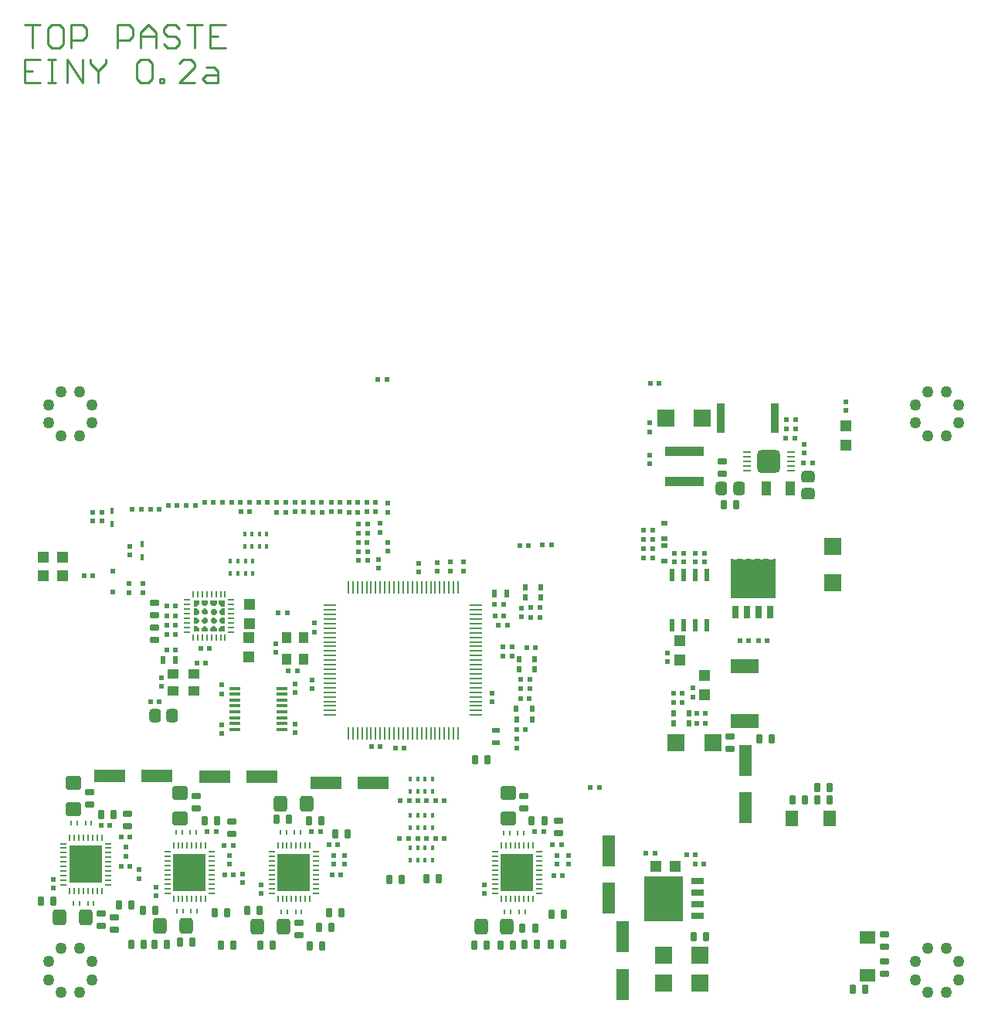
<source format=gtp>
G04 Layer_Color=8421504*
%FSLAX25Y25*%
%MOIN*%
G70*
G01*
G75*
%ADD67C,0.01000*%
%ADD152R,0.19500X0.16800*%
%ADD153R,0.02600X0.05400*%
%ADD154R,0.16800X0.19500*%
%ADD155R,0.05400X0.02600*%
G04:AMPARAMS|DCode=156|XSize=103mil|YSize=103mil|CornerRadius=25.25mil|HoleSize=0mil|Usage=FLASHONLY|Rotation=180.000|XOffset=0mil|YOffset=0mil|HoleType=Round|Shape=RoundedRectangle|*
%AMROUNDEDRECTD156*
21,1,0.10300,0.05250,0,0,180.0*
21,1,0.05250,0.10300,0,0,180.0*
1,1,0.05050,-0.02625,0.02625*
1,1,0.05050,0.02625,0.02625*
1,1,0.05050,0.02625,-0.02625*
1,1,0.05050,-0.02625,-0.02625*
%
%ADD156ROUNDEDRECTD156*%
%ADD157R,0.03816X0.00981*%
%ADD158O,0.03146X0.00784*%
%ADD159O,0.00784X0.03146*%
%ADD160R,0.13973X0.15942*%
G04:AMPARAMS|DCode=161|XSize=61mil|YSize=69mil|CornerRadius=14.75mil|HoleSize=0mil|Usage=FLASHONLY|Rotation=180.000|XOffset=0mil|YOffset=0mil|HoleType=Round|Shape=RoundedRectangle|*
%AMROUNDEDRECTD161*
21,1,0.06100,0.03950,0,0,180.0*
21,1,0.03150,0.06900,0,0,180.0*
1,1,0.02950,-0.01575,0.01975*
1,1,0.02950,0.01575,0.01975*
1,1,0.02950,0.01575,-0.01975*
1,1,0.02950,-0.01575,-0.01975*
%
%ADD161ROUNDEDRECTD161*%
G04:AMPARAMS|DCode=162|XSize=61mil|YSize=69mil|CornerRadius=14.75mil|HoleSize=0mil|Usage=FLASHONLY|Rotation=90.000|XOffset=0mil|YOffset=0mil|HoleType=Round|Shape=RoundedRectangle|*
%AMROUNDEDRECTD162*
21,1,0.06100,0.03950,0,0,90.0*
21,1,0.03150,0.06900,0,0,90.0*
1,1,0.02950,0.01975,0.01575*
1,1,0.02950,0.01975,-0.01575*
1,1,0.02950,-0.01975,-0.01575*
1,1,0.02950,-0.01975,0.01575*
%
%ADD162ROUNDEDRECTD162*%
G04:AMPARAMS|DCode=163|XSize=27.13mil|YSize=37.37mil|CornerRadius=4.83mil|HoleSize=0mil|Usage=FLASHONLY|Rotation=180.000|XOffset=0mil|YOffset=0mil|HoleType=Round|Shape=RoundedRectangle|*
%AMROUNDEDRECTD163*
21,1,0.02713,0.02772,0,0,180.0*
21,1,0.01748,0.03737,0,0,180.0*
1,1,0.00965,-0.00874,0.01386*
1,1,0.00965,0.00874,0.01386*
1,1,0.00965,0.00874,-0.01386*
1,1,0.00965,-0.00874,-0.01386*
%
%ADD163ROUNDEDRECTD163*%
G04:AMPARAMS|DCode=164|XSize=27.13mil|YSize=37.37mil|CornerRadius=4.83mil|HoleSize=0mil|Usage=FLASHONLY|Rotation=270.000|XOffset=0mil|YOffset=0mil|HoleType=Round|Shape=RoundedRectangle|*
%AMROUNDEDRECTD164*
21,1,0.02713,0.02772,0,0,270.0*
21,1,0.01748,0.03737,0,0,270.0*
1,1,0.00965,-0.01386,-0.00874*
1,1,0.00965,-0.01386,0.00874*
1,1,0.00965,0.01386,0.00874*
1,1,0.00965,0.01386,-0.00874*
%
%ADD164ROUNDEDRECTD164*%
%ADD165R,0.01800X0.02400*%
%ADD166R,0.00984X0.01968*%
%ADD167R,0.02200X0.02200*%
G04:AMPARAMS|DCode=168|XSize=50mil|YSize=58mil|CornerRadius=12mil|HoleSize=0mil|Usage=FLASHONLY|Rotation=0.000|XOffset=0mil|YOffset=0mil|HoleType=Round|Shape=RoundedRectangle|*
%AMROUNDEDRECTD168*
21,1,0.05000,0.03400,0,0,0.0*
21,1,0.02600,0.05800,0,0,0.0*
1,1,0.02400,0.01300,-0.01700*
1,1,0.02400,-0.01300,-0.01700*
1,1,0.02400,-0.01300,0.01700*
1,1,0.02400,0.01300,0.01700*
%
%ADD168ROUNDEDRECTD168*%
G04:AMPARAMS|DCode=169|XSize=50mil|YSize=58mil|CornerRadius=12mil|HoleSize=0mil|Usage=FLASHONLY|Rotation=270.000|XOffset=0mil|YOffset=0mil|HoleType=Round|Shape=RoundedRectangle|*
%AMROUNDEDRECTD169*
21,1,0.05000,0.03400,0,0,270.0*
21,1,0.02600,0.05800,0,0,270.0*
1,1,0.02400,-0.01700,-0.01300*
1,1,0.02400,-0.01700,0.01300*
1,1,0.02400,0.01700,0.01300*
1,1,0.02400,0.01700,-0.01300*
%
%ADD169ROUNDEDRECTD169*%
%ADD170R,0.16532X0.04446*%
%ADD171R,0.07700X0.07700*%
%ADD172R,0.04131X0.06493*%
%ADD173R,0.05233X0.06887*%
%ADD174R,0.01800X0.02600*%
%ADD175R,0.04800X0.01300*%
%ADD176R,0.12400X0.06100*%
G04:AMPARAMS|DCode=177|XSize=20mil|YSize=22mil|CornerRadius=3.4mil|HoleSize=0mil|Usage=FLASHONLY|Rotation=0.000|XOffset=0mil|YOffset=0mil|HoleType=Round|Shape=RoundedRectangle|*
%AMROUNDEDRECTD177*
21,1,0.02000,0.01520,0,0,0.0*
21,1,0.01320,0.02200,0,0,0.0*
1,1,0.00680,0.00660,-0.00760*
1,1,0.00680,-0.00660,-0.00760*
1,1,0.00680,-0.00660,0.00760*
1,1,0.00680,0.00660,0.00760*
%
%ADD177ROUNDEDRECTD177*%
%ADD178R,0.05000X0.04000*%
G04:AMPARAMS|DCode=179|XSize=9.02mil|YSize=29.5mil|CornerRadius=3.41mil|HoleSize=0mil|Usage=FLASHONLY|Rotation=270.000|XOffset=0mil|YOffset=0mil|HoleType=Round|Shape=RoundedRectangle|*
%AMROUNDEDRECTD179*
21,1,0.00902,0.02268,0,0,270.0*
21,1,0.00220,0.02950,0,0,270.0*
1,1,0.00682,-0.01134,-0.00110*
1,1,0.00682,-0.01134,0.00110*
1,1,0.00682,0.01134,0.00110*
1,1,0.00682,0.01134,-0.00110*
%
%ADD179ROUNDEDRECTD179*%
G04:AMPARAMS|DCode=180|XSize=9.02mil|YSize=29.5mil|CornerRadius=3.41mil|HoleSize=0mil|Usage=FLASHONLY|Rotation=180.000|XOffset=0mil|YOffset=0mil|HoleType=Round|Shape=RoundedRectangle|*
%AMROUNDEDRECTD180*
21,1,0.00902,0.02268,0,0,180.0*
21,1,0.00220,0.02950,0,0,180.0*
1,1,0.00682,-0.00110,0.01134*
1,1,0.00682,0.00110,0.01134*
1,1,0.00682,0.00110,-0.01134*
1,1,0.00682,-0.00110,-0.01134*
%
%ADD180ROUNDEDRECTD180*%
G04:AMPARAMS|DCode=181|XSize=20mil|YSize=22mil|CornerRadius=3.4mil|HoleSize=0mil|Usage=FLASHONLY|Rotation=270.000|XOffset=0mil|YOffset=0mil|HoleType=Round|Shape=RoundedRectangle|*
%AMROUNDEDRECTD181*
21,1,0.02000,0.01520,0,0,270.0*
21,1,0.01320,0.02200,0,0,270.0*
1,1,0.00680,-0.00760,-0.00660*
1,1,0.00680,-0.00760,0.00660*
1,1,0.00680,0.00760,0.00660*
1,1,0.00680,0.00760,-0.00660*
%
%ADD181ROUNDEDRECTD181*%
%ADD182R,0.01000X0.05800*%
%ADD183R,0.05800X0.01000*%
%ADD184R,0.03343X0.12792*%
%ADD185C,0.05000*%
%ADD186R,0.13186X0.05312*%
%ADD187R,0.02200X0.05800*%
%ADD188R,0.02950X0.02162*%
%ADD189R,0.04600X0.04600*%
%ADD190R,0.02438X0.03265*%
%ADD191R,0.02162X0.02950*%
%ADD192R,0.06887X0.05233*%
%ADD193R,0.07700X0.07700*%
%ADD194R,0.04000X0.05000*%
%ADD195R,0.04600X0.04600*%
%ADD196R,0.05312X0.13186*%
%ADD197R,0.03265X0.02438*%
G36*
X79108Y167336D02*
Y166006D01*
X76352D01*
Y167294D01*
X77342Y168269D01*
X78160D01*
X79108Y167336D01*
D02*
G37*
G36*
X82848D02*
Y166006D01*
X80092D01*
Y167294D01*
X81083Y168269D01*
X81900D01*
X82848Y167336D01*
D02*
G37*
G36*
X272581Y59468D02*
X267381D01*
Y60468D01*
X272581D01*
Y59468D01*
D02*
G37*
G36*
X75466Y167187D02*
Y166006D01*
X73005D01*
Y168466D01*
X74187D01*
X75466Y167187D01*
D02*
G37*
G36*
X86194Y166006D02*
X83734D01*
Y167187D01*
X85013Y168466D01*
X86194D01*
Y166006D01*
D02*
G37*
G36*
Y169352D02*
X84915D01*
X83931Y170336D01*
Y171222D01*
X84816Y172108D01*
X86194D01*
Y169352D01*
D02*
G37*
G36*
X79009Y171222D02*
Y170238D01*
X78222Y169450D01*
X77238D01*
X76352Y170336D01*
Y171124D01*
X77336Y172108D01*
X78124D01*
X79009Y171222D01*
D02*
G37*
G36*
X75269Y171117D02*
Y170300D01*
X74336Y169352D01*
X73005D01*
Y172108D01*
X74294D01*
X75269Y171117D01*
D02*
G37*
G36*
X82848Y171124D02*
Y170336D01*
X81864Y169352D01*
X81076D01*
X80190Y170238D01*
Y171222D01*
X80978Y172009D01*
X81962D01*
X82848Y171124D01*
D02*
G37*
G36*
X283961Y44823D02*
X283055D01*
Y45807D01*
X283488Y46240D01*
X283961D01*
Y44823D01*
D02*
G37*
G36*
X270181Y49626D02*
Y48130D01*
X269781Y47736D01*
X267381D01*
Y49980D01*
X269881D01*
X270181Y49626D01*
D02*
G37*
G36*
X272581Y41161D02*
X267381D01*
Y42264D01*
X272581D01*
Y41161D01*
D02*
G37*
G36*
X270181Y45846D02*
Y44350D01*
X269781Y43957D01*
X267381D01*
Y46201D01*
X269881D01*
X270181Y45846D01*
D02*
G37*
G36*
X283961Y47854D02*
X283449D01*
X283095Y48209D01*
Y49626D01*
X283449Y49980D01*
X283961D01*
Y47854D01*
D02*
G37*
G36*
X270181Y57168D02*
Y55668D01*
X269781Y55268D01*
X267381D01*
Y57468D01*
X269781D01*
X270181Y57168D01*
D02*
G37*
G36*
X283961Y55468D02*
X283488D01*
X283055Y55868D01*
Y56768D01*
X283961D01*
Y55468D01*
D02*
G37*
G36*
X270181Y53368D02*
Y51968D01*
X269781Y51568D01*
X267381D01*
Y53768D01*
X269781D01*
X270181Y53368D01*
D02*
G37*
G36*
X283961Y51668D02*
X283449D01*
X283095Y52068D01*
Y53468D01*
X283449Y53768D01*
X283961D01*
Y51668D01*
D02*
G37*
G36*
X320213Y180598D02*
X318913D01*
Y181070D01*
X319313Y181503D01*
X320213D01*
Y180598D01*
D02*
G37*
G36*
X305710Y191977D02*
X304607D01*
Y197177D01*
X305710D01*
Y191977D01*
D02*
G37*
G36*
X313426Y181109D02*
Y180598D01*
X311300D01*
Y181109D01*
X311654Y181464D01*
X313072D01*
X313426Y181109D01*
D02*
G37*
G36*
X317213D02*
Y180598D01*
X315113D01*
Y181109D01*
X315513Y181464D01*
X316913D01*
X317213Y181109D01*
D02*
G37*
G36*
X323913Y191977D02*
X322913D01*
Y197177D01*
X323913D01*
Y191977D01*
D02*
G37*
G36*
X317213Y194777D02*
X316813Y194377D01*
X315413D01*
X315013Y194777D01*
Y197177D01*
X317213D01*
Y194777D01*
D02*
G37*
G36*
X320913D02*
X320613Y194377D01*
X319113D01*
X318713Y194777D01*
Y197177D01*
X320913D01*
Y194777D01*
D02*
G37*
G36*
X309647Y194677D02*
X309292Y194377D01*
X307796D01*
X307402Y194777D01*
Y197177D01*
X309647D01*
Y194677D01*
D02*
G37*
G36*
X313426D02*
X313072Y194377D01*
X311576D01*
X311182Y194777D01*
Y197177D01*
X313426D01*
Y194677D01*
D02*
G37*
G36*
X86194Y173092D02*
X84906D01*
X83931Y174083D01*
Y174900D01*
X84864Y175848D01*
X86194D01*
Y173092D01*
D02*
G37*
G36*
X79009Y174962D02*
Y173978D01*
X78222Y173191D01*
X77238D01*
X76352Y174076D01*
Y174864D01*
X77336Y175848D01*
X78124D01*
X79009Y174962D01*
D02*
G37*
G36*
X75269Y174864D02*
Y173978D01*
X74383Y173092D01*
X73005D01*
Y175848D01*
X74285D01*
X75269Y174864D01*
D02*
G37*
G36*
X82848Y174864D02*
Y174076D01*
X81864Y173092D01*
X81076D01*
X80190Y173978D01*
Y174962D01*
X80978Y175750D01*
X81962D01*
X82848Y174864D01*
D02*
G37*
G36*
X75466Y178013D02*
X74187Y176734D01*
X73005D01*
Y179194D01*
X75466D01*
Y178013D01*
D02*
G37*
G36*
X82848Y177906D02*
X81858Y176931D01*
X81040D01*
X80092Y177864D01*
Y179194D01*
X82848D01*
Y177906D01*
D02*
G37*
G36*
X309686Y181070D02*
Y180598D01*
X308268D01*
Y181503D01*
X309253D01*
X309686Y181070D01*
D02*
G37*
G36*
X86194Y176734D02*
X85013D01*
X83734Y178013D01*
Y179194D01*
X86194D01*
Y176734D01*
D02*
G37*
G36*
X79108Y177906D02*
X78117Y176931D01*
X77300D01*
X76352Y177864D01*
Y179194D01*
X79108D01*
Y177906D01*
D02*
G37*
G54D67*
X6664Y412497D02*
X0D01*
Y402500D01*
X6664D01*
X0Y407498D02*
X3332D01*
X9997Y412497D02*
X13329D01*
X11663D01*
Y402500D01*
X9997D01*
X13329D01*
X18327D02*
Y412497D01*
X24992Y402500D01*
Y412497D01*
X28324D02*
Y410831D01*
X31656Y407498D01*
X34989Y410831D01*
Y412497D01*
X31656Y407498D02*
Y402500D01*
X48318Y410831D02*
X49984Y412497D01*
X53316D01*
X54982Y410831D01*
Y404166D01*
X53316Y402500D01*
X49984D01*
X48318Y404166D01*
Y410831D01*
X58315Y402500D02*
Y404166D01*
X59981D01*
Y402500D01*
X58315D01*
X73310D02*
X66645D01*
X73310Y409164D01*
Y410831D01*
X71644Y412497D01*
X68311D01*
X66645Y410831D01*
X78308Y409164D02*
X81640D01*
X83306Y407498D01*
Y402500D01*
X78308D01*
X76642Y404166D01*
X78308Y405832D01*
X83306D01*
X0Y427497D02*
X6664D01*
X3332D01*
Y417500D01*
X14995Y427497D02*
X11663D01*
X9997Y425831D01*
Y419166D01*
X11663Y417500D01*
X14995D01*
X16661Y419166D01*
Y425831D01*
X14995Y427497D01*
X19994Y417500D02*
Y427497D01*
X24992D01*
X26658Y425831D01*
Y422498D01*
X24992Y420832D01*
X19994D01*
X39987Y417500D02*
Y427497D01*
X44985D01*
X46652Y425831D01*
Y422498D01*
X44985Y420832D01*
X39987D01*
X49984Y417500D02*
Y424164D01*
X53316Y427497D01*
X56648Y424164D01*
Y417500D01*
Y422498D01*
X49984D01*
X66645Y425831D02*
X64979Y427497D01*
X61647D01*
X59981Y425831D01*
Y424164D01*
X61647Y422498D01*
X64979D01*
X66645Y420832D01*
Y419166D01*
X64979Y417500D01*
X61647D01*
X59981Y419166D01*
X69977Y427497D02*
X76642D01*
X73310D01*
Y417500D01*
X86639Y427497D02*
X79974D01*
Y417500D01*
X86639D01*
X79974Y422498D02*
X83306D01*
G54D152*
X314213Y188777D02*
D03*
G54D153*
X321713Y174338D02*
D03*
X316713D02*
D03*
X311713D02*
D03*
X306713D02*
D03*
G54D154*
X275781Y50768D02*
D03*
G54D155*
X290220Y58268D02*
D03*
Y53268D02*
D03*
Y48268D02*
D03*
Y43268D02*
D03*
G54D156*
X321069Y239258D02*
D03*
G54D157*
X311620Y243195D02*
D03*
Y241226D02*
D03*
Y239258D02*
D03*
Y237289D02*
D03*
Y235320D02*
D03*
X330517Y243195D02*
D03*
Y241226D02*
D03*
Y239258D02*
D03*
Y237289D02*
D03*
Y235320D02*
D03*
G54D158*
X202953Y70864D02*
D03*
Y68895D02*
D03*
Y66927D02*
D03*
Y64958D02*
D03*
Y62990D02*
D03*
Y61021D02*
D03*
Y59053D02*
D03*
Y57084D02*
D03*
Y55116D02*
D03*
Y53147D02*
D03*
X222047D02*
D03*
Y55116D02*
D03*
Y57084D02*
D03*
Y59053D02*
D03*
Y61021D02*
D03*
Y62990D02*
D03*
Y64958D02*
D03*
Y66927D02*
D03*
Y68895D02*
D03*
Y70864D02*
D03*
X125647D02*
D03*
Y68895D02*
D03*
Y66927D02*
D03*
Y64958D02*
D03*
Y62990D02*
D03*
Y61021D02*
D03*
Y59053D02*
D03*
Y57084D02*
D03*
Y55116D02*
D03*
Y53147D02*
D03*
X106553D02*
D03*
Y55116D02*
D03*
Y57084D02*
D03*
Y59053D02*
D03*
Y61021D02*
D03*
Y62990D02*
D03*
Y64958D02*
D03*
Y66927D02*
D03*
Y68895D02*
D03*
Y70864D02*
D03*
X61553D02*
D03*
Y68895D02*
D03*
Y66927D02*
D03*
Y64958D02*
D03*
Y62990D02*
D03*
Y61021D02*
D03*
Y59053D02*
D03*
Y57084D02*
D03*
Y55116D02*
D03*
Y53147D02*
D03*
X80647D02*
D03*
Y55116D02*
D03*
Y57084D02*
D03*
Y59053D02*
D03*
Y61021D02*
D03*
Y62990D02*
D03*
Y64958D02*
D03*
Y66927D02*
D03*
Y68895D02*
D03*
Y70864D02*
D03*
X35910Y74464D02*
D03*
Y72495D02*
D03*
Y70527D02*
D03*
Y68558D02*
D03*
Y66590D02*
D03*
Y64621D02*
D03*
Y62653D02*
D03*
Y60684D02*
D03*
Y58716D02*
D03*
Y56747D02*
D03*
X16815D02*
D03*
Y58716D02*
D03*
Y60684D02*
D03*
Y62653D02*
D03*
Y64621D02*
D03*
Y66590D02*
D03*
Y68558D02*
D03*
Y70527D02*
D03*
Y72495D02*
D03*
Y74464D02*
D03*
G54D159*
X205610Y50490D02*
D03*
X207579D02*
D03*
X209547D02*
D03*
X211516D02*
D03*
X213484D02*
D03*
X215453D02*
D03*
X217421D02*
D03*
X219390D02*
D03*
Y73521D02*
D03*
X217421D02*
D03*
X215453D02*
D03*
X213484D02*
D03*
X211516D02*
D03*
X209547D02*
D03*
X207579D02*
D03*
X205610D02*
D03*
X109210D02*
D03*
X111179D02*
D03*
X113147D02*
D03*
X115116D02*
D03*
X117084D02*
D03*
X119053D02*
D03*
X121021D02*
D03*
X122990D02*
D03*
Y50490D02*
D03*
X121021D02*
D03*
X119053D02*
D03*
X117084D02*
D03*
X115116D02*
D03*
X113147D02*
D03*
X111179D02*
D03*
X109210D02*
D03*
X64210D02*
D03*
X66179D02*
D03*
X68147D02*
D03*
X70116D02*
D03*
X72084D02*
D03*
X74053D02*
D03*
X76021D02*
D03*
X77990D02*
D03*
Y73521D02*
D03*
X76021D02*
D03*
X74053D02*
D03*
X72084D02*
D03*
X70116D02*
D03*
X68147D02*
D03*
X66179D02*
D03*
X64210D02*
D03*
X19473Y77121D02*
D03*
X21441D02*
D03*
X23410D02*
D03*
X25378D02*
D03*
X27347D02*
D03*
X29315D02*
D03*
X31284D02*
D03*
X33252D02*
D03*
Y54090D02*
D03*
X31284D02*
D03*
X29315D02*
D03*
X27347D02*
D03*
X25378D02*
D03*
X23410D02*
D03*
X21441D02*
D03*
X19473D02*
D03*
G54D160*
X212500Y62006D02*
D03*
X116100D02*
D03*
X71100D02*
D03*
X26362Y65605D02*
D03*
G54D161*
X196900Y38800D02*
D03*
X208098D02*
D03*
X100400Y38700D02*
D03*
X111598D02*
D03*
X110502Y91800D02*
D03*
X121700D02*
D03*
X58400Y39100D02*
D03*
X69598D02*
D03*
X15000Y42700D02*
D03*
X26198D02*
D03*
G54D162*
X208800Y85202D02*
D03*
Y96400D02*
D03*
X67100Y85202D02*
D03*
Y96400D02*
D03*
X21100Y89402D02*
D03*
Y100600D02*
D03*
G54D163*
X214823Y38000D02*
D03*
X220177D02*
D03*
X193923Y30700D02*
D03*
X199277D02*
D03*
X210577D02*
D03*
X205223D02*
D03*
X220877Y31000D02*
D03*
X215523D02*
D03*
X227123D02*
D03*
X232477D02*
D03*
X224177Y84300D02*
D03*
X218823D02*
D03*
X227223Y44100D02*
D03*
X232577D02*
D03*
X96023Y45500D02*
D03*
X101377D02*
D03*
X127123Y38200D02*
D03*
X132477D02*
D03*
X108723Y85100D02*
D03*
X114077D02*
D03*
X162677Y59000D02*
D03*
X157323D02*
D03*
X178677Y59200D02*
D03*
X173323D02*
D03*
X134123Y78700D02*
D03*
X139477D02*
D03*
X122523Y84400D02*
D03*
X127877D02*
D03*
X136577Y44800D02*
D03*
X131223D02*
D03*
X77623Y84400D02*
D03*
X82977D02*
D03*
X87377Y44700D02*
D03*
X82023D02*
D03*
X72377Y32000D02*
D03*
X67023D02*
D03*
X56277Y45700D02*
D03*
X50923D02*
D03*
X90077Y30500D02*
D03*
X84723D02*
D03*
X101723Y30600D02*
D03*
X107077D02*
D03*
X123023Y30200D02*
D03*
X128377D02*
D03*
X347377Y98800D02*
D03*
X342023D02*
D03*
X331323Y93200D02*
D03*
X336677D02*
D03*
X342023D02*
D03*
X347377D02*
D03*
X307077Y220700D02*
D03*
X301723D02*
D03*
X357323Y11800D02*
D03*
X362677D02*
D03*
X322377Y119700D02*
D03*
X317023D02*
D03*
X293877Y34400D02*
D03*
X288523D02*
D03*
X33023Y86900D02*
D03*
X38377D02*
D03*
X45977Y47900D02*
D03*
X40623D02*
D03*
X12277Y49500D02*
D03*
X6923D02*
D03*
X46046Y31000D02*
D03*
X51400D02*
D03*
X61477D02*
D03*
X56123D02*
D03*
X199777Y110500D02*
D03*
X194423D02*
D03*
G54D164*
X215500Y94977D02*
D03*
Y89623D02*
D03*
X230400Y84277D02*
D03*
Y78923D02*
D03*
X118200Y34923D02*
D03*
Y40277D02*
D03*
X73900Y94877D02*
D03*
Y89523D02*
D03*
X89200Y83877D02*
D03*
Y78523D02*
D03*
X304300Y120677D02*
D03*
Y115323D02*
D03*
X371100Y18323D02*
D03*
Y23677D02*
D03*
Y30123D02*
D03*
Y35477D02*
D03*
X300900Y233823D02*
D03*
Y239177D02*
D03*
X32900Y44177D02*
D03*
Y38823D02*
D03*
X38600Y37423D02*
D03*
Y42777D02*
D03*
X27900Y96777D02*
D03*
Y91423D02*
D03*
X44300Y81923D02*
D03*
Y87277D02*
D03*
X56100Y167778D02*
D03*
Y162423D02*
D03*
X56100Y172923D02*
D03*
Y178277D02*
D03*
G54D165*
X94900Y202743D02*
D03*
X98050D02*
D03*
X101224D02*
D03*
X104424D02*
D03*
Y208100D02*
D03*
X101224D02*
D03*
X98050D02*
D03*
X94900D02*
D03*
X175897Y67350D02*
D03*
X172747D02*
D03*
X169572D02*
D03*
X166372D02*
D03*
Y72707D02*
D03*
X169572D02*
D03*
X172747D02*
D03*
X175897D02*
D03*
Y86683D02*
D03*
X172747D02*
D03*
X169572D02*
D03*
X166372D02*
D03*
Y81326D02*
D03*
X169572D02*
D03*
X172747D02*
D03*
X175897D02*
D03*
Y96877D02*
D03*
X172747D02*
D03*
X169572D02*
D03*
X166372D02*
D03*
Y102235D02*
D03*
X169572D02*
D03*
X172747D02*
D03*
X175897D02*
D03*
X98352Y196186D02*
D03*
X95202D02*
D03*
X92028D02*
D03*
X88828D02*
D03*
Y190829D02*
D03*
X92028D02*
D03*
X95202D02*
D03*
X98352D02*
D03*
G54D166*
X209579Y45000D02*
D03*
X207020D02*
D03*
X215980D02*
D03*
X213421D02*
D03*
X209380Y79100D02*
D03*
X206821D02*
D03*
X215280D02*
D03*
X212720D02*
D03*
X113380Y45100D02*
D03*
X110820D02*
D03*
X119480D02*
D03*
X116920D02*
D03*
X116420Y79200D02*
D03*
X118980D02*
D03*
X110421D02*
D03*
X112979D02*
D03*
X68180Y45200D02*
D03*
X65620D02*
D03*
X74279D02*
D03*
X71720D02*
D03*
X67980Y79200D02*
D03*
X65421D02*
D03*
X73980D02*
D03*
X71421D02*
D03*
X23679Y48800D02*
D03*
X21121D02*
D03*
X29779D02*
D03*
X27220D02*
D03*
X26221Y83400D02*
D03*
X28780D02*
D03*
X20121D02*
D03*
X22680D02*
D03*
G54D167*
X38017Y191856D02*
D03*
Y183125D02*
D03*
G54D168*
X300660Y227600D02*
D03*
X308200D02*
D03*
X63840Y129600D02*
D03*
X56300D02*
D03*
G54D169*
X338100Y225200D02*
D03*
Y232740D02*
D03*
G54D170*
X284600Y230584D02*
D03*
Y243616D02*
D03*
G54D171*
X292500Y258100D02*
D03*
X276726D02*
D03*
X281100Y117900D02*
D03*
X296874D02*
D03*
X275672Y26368D02*
D03*
X291446D02*
D03*
X275581Y14383D02*
D03*
X291355D02*
D03*
G54D172*
X330316Y227500D02*
D03*
X319883D02*
D03*
G54D173*
X347310Y85400D02*
D03*
X331090D02*
D03*
G54D174*
X37600Y217956D02*
D03*
Y212444D02*
D03*
X50517Y203569D02*
D03*
Y198057D02*
D03*
G54D175*
X90576Y138854D02*
D03*
X111113Y133854D02*
D03*
X90576Y141354D02*
D03*
Y136354D02*
D03*
Y133854D02*
D03*
X111113Y136354D02*
D03*
X111113Y131304D02*
D03*
X111113Y128804D02*
D03*
X90576D02*
D03*
X111113Y123804D02*
D03*
X90576Y131304D02*
D03*
Y126304D02*
D03*
X111113D02*
D03*
X90576Y123804D02*
D03*
X111113Y138854D02*
D03*
Y141354D02*
D03*
G54D176*
X310533Y151119D02*
D03*
Y127408D02*
D03*
G54D177*
X65000Y168500D02*
D03*
X61210D02*
D03*
X93200Y217700D02*
D03*
X96990D02*
D03*
X61200Y158100D02*
D03*
X64970D02*
D03*
X156270Y274600D02*
D03*
X152500D02*
D03*
X269900Y273000D02*
D03*
X273670D02*
D03*
X270900Y209600D02*
D03*
X267130D02*
D03*
X293670Y130700D02*
D03*
X289900D02*
D03*
X153470Y116400D02*
D03*
X149700D02*
D03*
X109430Y174100D02*
D03*
X113200D02*
D03*
X101000Y221700D02*
D03*
X104770D02*
D03*
X227200Y203200D02*
D03*
X223430D02*
D03*
X143930Y204300D02*
D03*
X147700D02*
D03*
X108800Y221600D02*
D03*
X112570D02*
D03*
X128170D02*
D03*
X124400D02*
D03*
X120400Y221500D02*
D03*
X116630D02*
D03*
X135970Y221600D02*
D03*
X132200D02*
D03*
X151500Y221500D02*
D03*
X147730D02*
D03*
X140030D02*
D03*
X143800D02*
D03*
X93170Y221700D02*
D03*
X96940D02*
D03*
X54230Y218800D02*
D03*
X58000D02*
D03*
X81400Y221700D02*
D03*
X77630D02*
D03*
X46430Y218800D02*
D03*
X50200D02*
D03*
X65800Y220200D02*
D03*
X62030D02*
D03*
X231970Y60600D02*
D03*
X228200D02*
D03*
X220100Y79600D02*
D03*
X223870D02*
D03*
X227830Y73900D02*
D03*
X231600D02*
D03*
X132600Y61000D02*
D03*
X136370D02*
D03*
X123800Y79700D02*
D03*
X127570D02*
D03*
X135100Y73900D02*
D03*
X131330D02*
D03*
X90170Y61000D02*
D03*
X86400D02*
D03*
X78800Y79700D02*
D03*
X82570D02*
D03*
X86168Y73800D02*
D03*
X89938D02*
D03*
X328500Y249200D02*
D03*
X332270D02*
D03*
X206430Y159200D02*
D03*
X210200D02*
D03*
X161792Y76644D02*
D03*
X165562D02*
D03*
X165857Y92983D02*
D03*
X162087D02*
D03*
X169568Y76644D02*
D03*
X173338D02*
D03*
Y92983D02*
D03*
X169568D02*
D03*
X181143Y76546D02*
D03*
X177373D02*
D03*
Y92884D02*
D03*
X181143D02*
D03*
X206600Y177800D02*
D03*
X202830D02*
D03*
X220470Y159100D02*
D03*
X216700D02*
D03*
X208224Y168529D02*
D03*
X204454D02*
D03*
X113792Y149120D02*
D03*
X117562D02*
D03*
X79835Y158779D02*
D03*
X76065D02*
D03*
X78000Y152300D02*
D03*
X74230D02*
D03*
X61200Y176900D02*
D03*
X64970D02*
D03*
X61200Y164500D02*
D03*
X64970D02*
D03*
X54230Y135600D02*
D03*
X58000D02*
D03*
X159991Y115779D02*
D03*
X163761D02*
D03*
X206650Y172663D02*
D03*
X202880D02*
D03*
X45370Y64600D02*
D03*
X41600D02*
D03*
X33000Y82200D02*
D03*
X36770D02*
D03*
X41630Y77400D02*
D03*
X45400D02*
D03*
X247900Y98800D02*
D03*
X244130D02*
D03*
X267110Y205600D02*
D03*
X270900D02*
D03*
X289900Y126400D02*
D03*
X293690D02*
D03*
X212310Y123600D02*
D03*
X216100D02*
D03*
X206400Y155400D02*
D03*
X210190D02*
D03*
X279900Y135200D02*
D03*
X283690D02*
D03*
X267100Y197600D02*
D03*
X270890D02*
D03*
X283700Y139300D02*
D03*
X279910D02*
D03*
X140010Y217400D02*
D03*
X143800D02*
D03*
X108810D02*
D03*
X112600D02*
D03*
X336110Y238700D02*
D03*
X339900D02*
D03*
X218500Y176200D02*
D03*
X222290D02*
D03*
X61210Y172600D02*
D03*
X65000D02*
D03*
X320300Y162100D02*
D03*
X316510D02*
D03*
X308610D02*
D03*
X312400D02*
D03*
X293100Y65500D02*
D03*
X289310D02*
D03*
X285510Y69700D02*
D03*
X289300D02*
D03*
X271900Y70200D02*
D03*
X268110D02*
D03*
X214010Y136900D02*
D03*
X217800D02*
D03*
X29300Y190000D02*
D03*
X25510D02*
D03*
X222290Y172000D02*
D03*
X218500D02*
D03*
X267100Y201700D02*
D03*
X270890D02*
D03*
X147700Y217500D02*
D03*
X151490D02*
D03*
X135990D02*
D03*
X132200D02*
D03*
X116600D02*
D03*
X120390D02*
D03*
X124410Y217400D02*
D03*
X128200D02*
D03*
X217400Y203000D02*
D03*
X213610D02*
D03*
X69800Y220300D02*
D03*
X73590D02*
D03*
X89190Y221800D02*
D03*
X85400D02*
D03*
G54D178*
X63872Y147800D02*
D03*
X73000D02*
D03*
Y140458D02*
D03*
X63872D02*
D03*
G54D179*
X70100Y165710D02*
D03*
Y167679D02*
D03*
Y169647D02*
D03*
Y171616D02*
D03*
Y173600D02*
D03*
Y175600D02*
D03*
Y177600D02*
D03*
Y179500D02*
D03*
X89049D02*
D03*
Y177600D02*
D03*
Y175600D02*
D03*
Y173600D02*
D03*
Y171616D02*
D03*
Y169647D02*
D03*
Y167679D02*
D03*
Y165710D02*
D03*
G54D180*
X72700Y182100D02*
D03*
X74600D02*
D03*
X76600D02*
D03*
X78600D02*
D03*
X80584D02*
D03*
X82553D02*
D03*
X84521D02*
D03*
X86490D02*
D03*
Y163151D02*
D03*
X84521D02*
D03*
X82553D02*
D03*
X80584D02*
D03*
X78600D02*
D03*
X76600D02*
D03*
X74600D02*
D03*
X72700D02*
D03*
G54D181*
X124900Y169570D02*
D03*
Y165800D02*
D03*
X177900Y195770D02*
D03*
Y192000D02*
D03*
X183700Y192100D02*
D03*
Y195870D02*
D03*
X189400D02*
D03*
Y192100D02*
D03*
X143900Y208400D02*
D03*
Y212170D02*
D03*
X156700Y221170D02*
D03*
Y217400D02*
D03*
X152800Y193230D02*
D03*
Y197000D02*
D03*
X156600Y204270D02*
D03*
Y200500D02*
D03*
X198300Y52830D02*
D03*
Y56600D02*
D03*
X229800Y65500D02*
D03*
Y69270D02*
D03*
X101900Y53030D02*
D03*
Y56800D02*
D03*
X133300Y69270D02*
D03*
Y65500D02*
D03*
X56800Y51930D02*
D03*
Y55700D02*
D03*
X88300Y65500D02*
D03*
Y69270D02*
D03*
X45053Y186500D02*
D03*
Y182730D02*
D03*
X84868Y142840D02*
D03*
Y139070D02*
D03*
X116659Y139661D02*
D03*
Y143431D02*
D03*
X116757Y122165D02*
D03*
Y125935D02*
D03*
X84966Y125646D02*
D03*
Y121876D02*
D03*
X169900Y191530D02*
D03*
Y195300D02*
D03*
X108400Y160670D02*
D03*
Y156900D02*
D03*
X58900Y142230D02*
D03*
Y146000D02*
D03*
X124100Y141230D02*
D03*
Y145000D02*
D03*
X29300Y213500D02*
D03*
Y217270D02*
D03*
X201600Y139327D02*
D03*
Y135557D02*
D03*
X43700Y69100D02*
D03*
Y72870D02*
D03*
X12200Y55330D02*
D03*
Y59100D02*
D03*
X213900Y141410D02*
D03*
Y145200D02*
D03*
X144000Y200300D02*
D03*
Y196510D02*
D03*
X234600Y69300D02*
D03*
Y65510D02*
D03*
X138100D02*
D03*
Y69300D02*
D03*
X94100Y61300D02*
D03*
Y57510D02*
D03*
X289400Y196000D02*
D03*
Y199790D02*
D03*
X214300Y175990D02*
D03*
Y172200D02*
D03*
X212300Y115800D02*
D03*
Y119590D02*
D03*
X218000Y141410D02*
D03*
Y145200D02*
D03*
X148000Y200290D02*
D03*
Y196500D02*
D03*
X51053Y182701D02*
D03*
Y186491D02*
D03*
X277300Y156790D02*
D03*
Y153000D02*
D03*
X288300Y137700D02*
D03*
Y141490D02*
D03*
X354500Y264990D02*
D03*
Y261200D02*
D03*
X49500Y63200D02*
D03*
Y59410D02*
D03*
X280300Y199790D02*
D03*
Y196000D02*
D03*
X293500D02*
D03*
Y199790D02*
D03*
X284400D02*
D03*
Y196000D02*
D03*
X153500Y212590D02*
D03*
Y208800D02*
D03*
X148100Y212200D02*
D03*
Y208410D02*
D03*
X336500Y242910D02*
D03*
Y246700D02*
D03*
X328700Y253410D02*
D03*
Y257200D02*
D03*
X332700Y257190D02*
D03*
Y253400D02*
D03*
X33400Y217290D02*
D03*
Y213500D02*
D03*
X45498Y199021D02*
D03*
Y202811D02*
D03*
X269600Y242090D02*
D03*
Y238300D02*
D03*
X269700Y252110D02*
D03*
Y255900D02*
D03*
G54D182*
X186979Y185096D02*
D03*
X184979D02*
D03*
X182979D02*
D03*
X181079D02*
D03*
X179079D02*
D03*
X177079D02*
D03*
X175179D02*
D03*
X173179D02*
D03*
X171179D02*
D03*
X169279D02*
D03*
X167279D02*
D03*
X165279D02*
D03*
X163279D02*
D03*
X161310D02*
D03*
X159342D02*
D03*
X157373D02*
D03*
X155405D02*
D03*
X153436D02*
D03*
X151468D02*
D03*
X149499D02*
D03*
X147531D02*
D03*
X145562D02*
D03*
X143594D02*
D03*
X141625D02*
D03*
X139657D02*
D03*
Y122100D02*
D03*
X141625D02*
D03*
X143594D02*
D03*
X145562D02*
D03*
X147531D02*
D03*
X149499D02*
D03*
X151468D02*
D03*
X153436D02*
D03*
X155405D02*
D03*
X157373D02*
D03*
X159342D02*
D03*
X161310D02*
D03*
X163279D02*
D03*
X165279D02*
D03*
X167279D02*
D03*
X169279D02*
D03*
X171179D02*
D03*
X173179D02*
D03*
X175179D02*
D03*
X177079D02*
D03*
X179079D02*
D03*
X181079D02*
D03*
X182979D02*
D03*
X184979D02*
D03*
X186979D02*
D03*
G54D183*
X131783Y177222D02*
D03*
Y175254D02*
D03*
Y173285D02*
D03*
Y171317D02*
D03*
Y169348D02*
D03*
Y167380D02*
D03*
Y165411D02*
D03*
Y163443D02*
D03*
Y161474D02*
D03*
Y159506D02*
D03*
Y157537D02*
D03*
Y155569D02*
D03*
Y153600D02*
D03*
Y151600D02*
D03*
Y149600D02*
D03*
Y147600D02*
D03*
Y145700D02*
D03*
Y143700D02*
D03*
Y141700D02*
D03*
Y139800D02*
D03*
Y137800D02*
D03*
Y135800D02*
D03*
Y133900D02*
D03*
Y131900D02*
D03*
Y129900D02*
D03*
X194779D02*
D03*
Y131900D02*
D03*
Y133900D02*
D03*
Y135800D02*
D03*
Y137800D02*
D03*
Y139800D02*
D03*
Y141700D02*
D03*
Y143700D02*
D03*
Y145700D02*
D03*
Y147600D02*
D03*
Y149600D02*
D03*
Y151600D02*
D03*
Y153600D02*
D03*
Y155569D02*
D03*
Y157537D02*
D03*
Y159506D02*
D03*
Y161474D02*
D03*
Y163443D02*
D03*
Y165411D02*
D03*
Y167380D02*
D03*
Y169348D02*
D03*
Y171317D02*
D03*
Y173285D02*
D03*
Y175254D02*
D03*
Y177222D02*
D03*
G54D184*
X300486Y258100D02*
D03*
X323714D02*
D03*
G54D185*
X403175Y15773D02*
D03*
Y23647D02*
D03*
X397663Y29159D02*
D03*
X389789D02*
D03*
X384277Y23647D02*
D03*
Y15773D02*
D03*
X389789Y10261D02*
D03*
X397663D02*
D03*
X403175Y255931D02*
D03*
Y263805D02*
D03*
X397663Y269317D02*
D03*
X389789D02*
D03*
X384277Y263805D02*
D03*
Y255931D02*
D03*
X389789Y250419D02*
D03*
X397663D02*
D03*
X29159Y255931D02*
D03*
Y263805D02*
D03*
X23647Y269317D02*
D03*
X15773D02*
D03*
X10261Y263805D02*
D03*
Y255931D02*
D03*
X15773Y250419D02*
D03*
X23647D02*
D03*
X29159Y15773D02*
D03*
Y23647D02*
D03*
X23647Y29159D02*
D03*
X15773D02*
D03*
X10261Y23647D02*
D03*
Y15773D02*
D03*
X15773Y10261D02*
D03*
X23647D02*
D03*
G54D186*
X36664Y103700D02*
D03*
X57136D02*
D03*
X130028Y100500D02*
D03*
X150500D02*
D03*
X81864Y103200D02*
D03*
X102336D02*
D03*
G54D187*
X279400Y168715D02*
D03*
X284400D02*
D03*
X294400D02*
D03*
X279400Y190442D02*
D03*
X284400D02*
D03*
X294400D02*
D03*
X289400Y168715D02*
D03*
Y190442D02*
D03*
G54D188*
X276000Y212546D02*
D03*
Y205854D02*
D03*
Y202946D02*
D03*
Y196254D02*
D03*
G54D189*
X293300Y138766D02*
D03*
Y147100D02*
D03*
X282800Y153566D02*
D03*
Y161900D02*
D03*
X354500Y254734D02*
D03*
Y246400D02*
D03*
X96876Y177683D02*
D03*
Y169349D02*
D03*
X96777Y154848D02*
D03*
Y163182D02*
D03*
G54D190*
X59682Y153500D02*
D03*
X64918D02*
D03*
X202682Y182200D02*
D03*
X207918D02*
D03*
G54D191*
X286647Y126200D02*
D03*
X279954D02*
D03*
X279954Y130800D02*
D03*
X286647D02*
D03*
X215953Y180500D02*
D03*
X222646D02*
D03*
X222646Y185100D02*
D03*
X215953D02*
D03*
X213353Y149500D02*
D03*
X220046D02*
D03*
X220046Y154100D02*
D03*
X213353D02*
D03*
X212207Y128000D02*
D03*
X218900D02*
D03*
X218847Y132600D02*
D03*
X212154D02*
D03*
G54D192*
X363700Y34010D02*
D03*
Y17790D02*
D03*
G54D193*
X348700Y202700D02*
D03*
Y186926D02*
D03*
G54D194*
X113014Y154071D02*
D03*
Y163199D02*
D03*
X120356D02*
D03*
Y154071D02*
D03*
G54D195*
X272466Y64600D02*
D03*
X280800D02*
D03*
X16234Y198100D02*
D03*
X7900D02*
D03*
X16234Y190100D02*
D03*
X7900D02*
D03*
G54D196*
X257900Y34236D02*
D03*
Y13764D02*
D03*
X252000Y71436D02*
D03*
Y50964D02*
D03*
X311100Y110436D02*
D03*
Y89964D02*
D03*
G54D197*
X203500Y118082D02*
D03*
Y123318D02*
D03*
M02*

</source>
